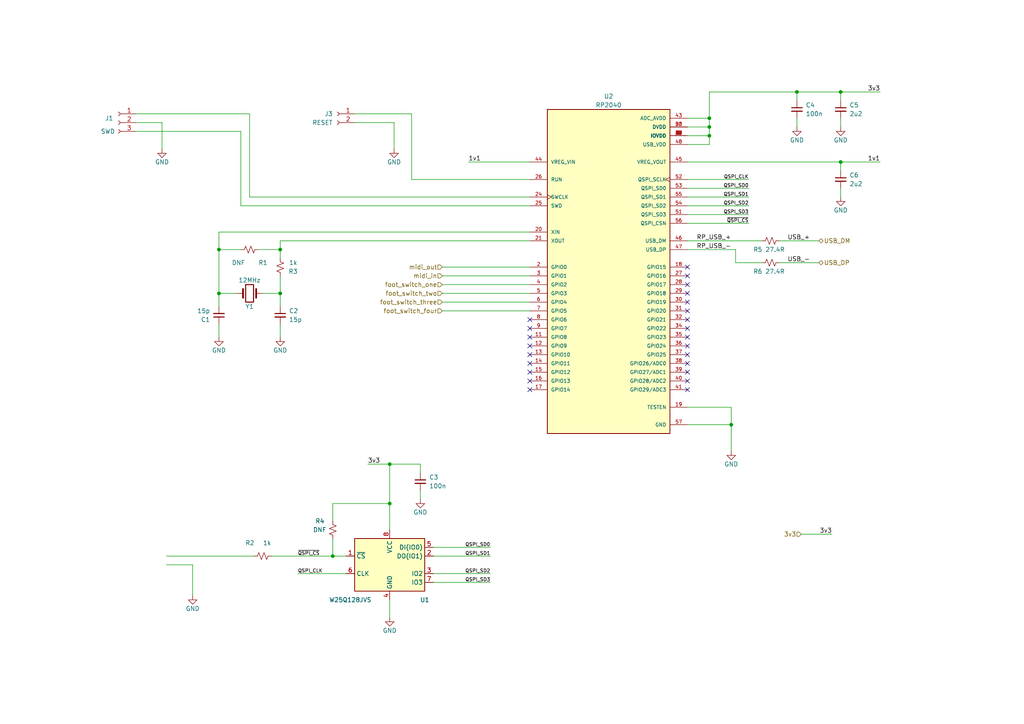
<source format=kicad_sch>
(kicad_sch (version 20210126) (generator eeschema)
  (paper "A4")
  (lib_symbols
    (symbol "Connector:Conn_01x02_Female" (pin_names (offset 1.016) hide)
      (property "Reference" "J" (at 0 2.54 0))
      (property "Value" "Conn_01x02_Female" (at 0 -5.08 0))
      (symbol "Conn_01x02_Female_1_1"
        (arc (start 0 -2.032) (end 0 -3.048) (radius (at 0 -2.54) (length 0.508) (angles 90.1 -90.1)) (stroke (width 0.1524)))
        (arc (start 0 0.508) (end 0 -0.508) (radius (at 0 0) (length 0.508) (angles 90.1 -90.1)) (stroke (width 0.1524)))
        (polyline (pts (xy -1.27 -2.54) (xy -0.508 -2.54)) (stroke (width 0.1524)))
        (polyline (pts (xy -1.27 0) (xy -0.508 0)) (stroke (width 0.1524)))
        (pin passive line (at -5.08 0 0) (length 3.81) (name "Pin_1") (number "1"))
        (pin passive line (at -5.08 -2.54 0) (length 3.81) (name "Pin_2") (number "2"))
      )
    )
    (symbol "Connector:Conn_01x03_Female" (pin_names (offset 1.016) hide)
      (property "Reference" "J" (at 0 5.08 0))
      (property "Value" "Conn_01x03_Female" (at 0 -5.08 0))
      (symbol "Conn_01x03_Female_1_1"
        (arc (start 0 -2.032) (end 0 -3.048) (radius (at 0 -2.54) (length 0.508) (angles 90.1 -90.1)) (stroke (width 0.1524)))
        (arc (start 0 0.508) (end 0 -0.508) (radius (at 0 0) (length 0.508) (angles 90.1 -90.1)) (stroke (width 0.1524)))
        (arc (start 0 3.048) (end 0 2.032) (radius (at 0 2.54) (length 0.508) (angles 90.1 -90.1)) (stroke (width 0.1524)))
        (polyline (pts (xy -1.27 -2.54) (xy -0.508 -2.54)) (stroke (width 0.1524)))
        (polyline (pts (xy -1.27 0) (xy -0.508 0)) (stroke (width 0.1524)))
        (polyline (pts (xy -1.27 2.54) (xy -0.508 2.54)) (stroke (width 0.1524)))
        (pin passive line (at -5.08 2.54 0) (length 3.81) (name "Pin_1") (number "1"))
        (pin passive line (at -5.08 0 0) (length 3.81) (name "Pin_2") (number "2"))
        (pin passive line (at -5.08 -2.54 0) (length 3.81) (name "Pin_3") (number "3"))
      )
    )
    (symbol "Device:C_Small" (pin_numbers hide) (pin_names (offset 0.254) hide)
      (property "Reference" "C" (at 0.254 1.778 0))
      (property "Value" "C_Small" (at 0.254 -2.032 0))
      (symbol "C_Small_0_1"
        (polyline (pts (xy -1.524 -0.508) (xy 1.524 -0.508)) (stroke (width 0.3302)))
        (polyline (pts (xy -1.524 0.508) (xy 1.524 0.508)) (stroke (width 0.3048)))
      )
      (symbol "C_Small_1_1"
        (pin passive line (at 0 2.54 270) (length 2.032) (name "~") (number "1"))
        (pin passive line (at 0 -2.54 90) (length 2.032) (name "~") (number "2"))
      )
    )
    (symbol "Device:Crystal" (pin_numbers hide) (pin_names (offset 1.016) hide)
      (property "Reference" "Y" (at 0 3.81 0))
      (property "Value" "Crystal" (at 0 -3.81 0))
      (symbol "Crystal_0_1"
        (rectangle (start -1.143 2.54) (end 1.143 -2.54) (stroke (width 0.3048)))
        (polyline (pts (xy -2.54 0) (xy -1.905 0)))
        (polyline (pts (xy -1.905 -1.27) (xy -1.905 1.27)) (stroke (width 0.508)))
        (polyline (pts (xy 1.905 -1.27) (xy 1.905 1.27)) (stroke (width 0.508)))
        (polyline (pts (xy 2.54 0) (xy 1.905 0)))
      )
      (symbol "Crystal_1_1"
        (pin passive line (at -3.81 0 0) (length 1.27) (name "1") (number "1"))
        (pin passive line (at 3.81 0 180) (length 1.27) (name "2") (number "2"))
      )
    )
    (symbol "Device:R_Small_US" (pin_numbers hide) (pin_names (offset 0.254) hide)
      (property "Reference" "R" (at 0.762 0.508 0))
      (property "Value" "R_Small_US" (at 0.762 -1.016 0))
      (symbol "R_Small_US_1_1"
        (polyline (pts (xy 0 0) (xy 1.016 -0.381) (xy 0 -0.762) (xy -1.016 -1.143) (xy 0 -1.524)))
        (polyline (pts (xy 0 1.524) (xy 1.016 1.143) (xy 0 0.762) (xy -1.016 0.381) (xy 0 0)))
        (pin passive line (at 0 2.54 270) (length 1.016) (name "~") (number "1"))
        (pin passive line (at 0 -2.54 90) (length 1.016) (name "~") (number "2"))
      )
    )
    (symbol "Memory_Flash:W25Q128JVS"
      (property "Reference" "U" (at -8.89 8.89 0))
      (property "Value" "W25Q128JVS" (at 7.62 8.89 0))
      (symbol "W25Q128JVS_0_1"
        (rectangle (start -10.16 7.62) (end 10.16 -7.62) (stroke (width 0.254)) (fill (type background)))
      )
      (symbol "W25Q128JVS_1_1"
        (pin input line (at -12.7 2.54 0) (length 2.54) (name "~CS") (number "1"))
        (pin bidirectional line (at 12.7 2.54 180) (length 2.54) (name "DO(IO1)") (number "2"))
        (pin bidirectional line (at 12.7 -2.54 180) (length 2.54) (name "IO2") (number "3"))
        (pin power_in line (at 0 -10.16 90) (length 2.54) (name "GND") (number "4"))
        (pin bidirectional line (at 12.7 5.08 180) (length 2.54) (name "DI(IO0)") (number "5"))
        (pin input line (at -12.7 -2.54 0) (length 2.54) (name "CLK") (number "6"))
        (pin bidirectional line (at 12.7 -5.08 180) (length 2.54) (name "IO3") (number "7"))
        (pin power_in line (at 0 10.16 270) (length 2.54) (name "VCC") (number "8"))
      )
    )
    (symbol "RP2040:RP2040" (pin_names (offset 1.016))
      (property "Reference" "U" (at -17.78 50.8 0))
      (property "Value" "RP2040" (at -17.78 -48.26 0))
      (symbol "RP2040_0_0"
        (rectangle (start -17.78 -45.72) (end 17.78 48.26) (stroke (width 0.254)) (fill (type background)))
        (pin bidirectional line (at -22.86 2.54 0) (length 5.08) (name "GPIO0") (number "2"))
        (pin bidirectional line (at -22.86 0 0) (length 5.08) (name "GPIO1") (number "3"))
        (pin bidirectional line (at -22.86 -2.54 0) (length 5.08) (name "GPIO2") (number "4"))
        (pin bidirectional line (at -22.86 -5.08 0) (length 5.08) (name "GPIO3") (number "5"))
        (pin bidirectional line (at -22.86 -7.62 0) (length 5.08) (name "GPIO4") (number "6"))
        (pin bidirectional line (at -22.86 -10.16 0) (length 5.08) (name "GPIO5") (number "7"))
        (pin bidirectional line (at -22.86 -12.7 0) (length 5.08) (name "GPIO6") (number "8"))
        (pin bidirectional line (at -22.86 -15.24 0) (length 5.08) (name "GPIO7") (number "9"))
        (pin bidirectional line (at -22.86 -17.78 0) (length 5.08) (name "GPIO8") (number "11"))
        (pin bidirectional line (at -22.86 -20.32 0) (length 5.08) (name "GPIO9") (number "12"))
        (pin bidirectional line (at -22.86 -22.86 0) (length 5.08) (name "GPIO10") (number "13"))
        (pin bidirectional line (at -22.86 -25.4 0) (length 5.08) (name "GPIO11") (number "14"))
        (pin bidirectional line (at -22.86 -27.94 0) (length 5.08) (name "GPIO12") (number "15"))
        (pin bidirectional line (at -22.86 -30.48 0) (length 5.08) (name "GPIO13") (number "16"))
        (pin bidirectional line (at -22.86 -33.02 0) (length 5.08) (name "GPIO14") (number "17"))
        (pin bidirectional line (at 22.86 2.54 180) (length 5.08) (name "GPIO15") (number "18"))
        (pin bidirectional line (at 22.86 0 180) (length 5.08) (name "GPIO16") (number "27"))
        (pin bidirectional line (at 22.86 -2.54 180) (length 5.08) (name "GPIO17") (number "28"))
        (pin bidirectional line (at 22.86 -5.08 180) (length 5.08) (name "GPIO18") (number "29"))
        (pin bidirectional line (at 22.86 -7.62 180) (length 5.08) (name "GPIO19") (number "30"))
        (pin bidirectional line (at 22.86 -10.16 180) (length 5.08) (name "GPIO20") (number "31"))
        (pin bidirectional line (at 22.86 -12.7 180) (length 5.08) (name "GPIO21") (number "32"))
        (pin bidirectional line (at 22.86 -15.24 180) (length 5.08) (name "GPIO22") (number "34"))
        (pin bidirectional line (at 22.86 -17.78 180) (length 5.08) (name "GPIO23") (number "35"))
        (pin bidirectional line (at 22.86 -20.32 180) (length 5.08) (name "GPIO24") (number "36"))
        (pin bidirectional line (at 22.86 -22.86 180) (length 5.08) (name "GPIO25") (number "37"))
        (pin bidirectional line (at 22.86 -25.4 180) (length 5.08) (name "GPIO26/ADC0") (number "38"))
        (pin bidirectional line (at 22.86 -27.94 180) (length 5.08) (name "GPIO27/ADC1") (number "39"))
        (pin bidirectional line (at 22.86 -30.48 180) (length 5.08) (name "GPIO28/ADC2") (number "40"))
        (pin bidirectional line (at 22.86 -33.02 180) (length 5.08) (name "GPIO29/ADC3") (number "41"))
        (pin bidirectional line (at 22.86 17.78 180) (length 5.08) (name "QSPI_SD3") (number "51"))
        (pin bidirectional clock (at 22.86 27.94 180) (length 5.08) (name "QSPI_SCLK") (number "52"))
        (pin bidirectional line (at 22.86 25.4 180) (length 5.08) (name "QSPI_SD0") (number "53"))
        (pin bidirectional line (at 22.86 20.32 180) (length 5.08) (name "QSPI_SD2") (number "54"))
        (pin bidirectional line (at 22.86 22.86 180) (length 5.08) (name "QSPI_SD1") (number "55"))
        (pin bidirectional line (at 22.86 15.24 180) (length 5.08) (name "QSPI_CSN") (number "56"))
        (pin input line (at -22.86 12.7 0) (length 5.08) (name "XIN") (number "20"))
        (pin output line (at -22.86 10.16 0) (length 5.08) (name "XOUT") (number "21"))
        (pin input clock (at -22.86 22.86 0) (length 5.08) (name "SWCLK") (number "24"))
        (pin bidirectional line (at -22.86 20.32 0) (length 5.08) (name "SWD") (number "25"))
        (pin input line (at -22.86 27.94 0) (length 5.08) (name "RUN") (number "26"))
        (pin passive line (at 22.86 -38.1 180) (length 5.08) (name "TESTEN") (number "19"))
        (pin bidirectional line (at 22.86 7.62 180) (length 5.08) (name "USB_DP") (number "47"))
        (pin bidirectional line (at 22.86 10.16 180) (length 5.08) (name "USB_DM") (number "46"))
        (pin output line (at 22.86 33.02 180) (length 5.08) (name "VREG_VOUT") (number "45"))
        (pin input line (at -22.86 33.02 0) (length 5.08) (name "VREG_VIN") (number "44"))
        (pin power_in line (at 22.86 38.1 180) (length 5.08) (name "USB_VDD") (number "48"))
        (pin power_in line (at 22.86 40.64 180) (length 5.08) (name "IOVDD") (number "1"))
        (pin power_in line (at 22.86 40.64 180) (length 5.08) (name "IOVDD") (number "10"))
        (pin power_in line (at 22.86 40.64 180) (length 5.08) (name "IOVDD") (number "22"))
        (pin power_in line (at 22.86 40.64 180) (length 5.08) (name "IOVDD") (number "33"))
        (pin power_in line (at 22.86 40.64 180) (length 5.08) (name "IOVDD") (number "42"))
        (pin power_in line (at 22.86 40.64 180) (length 5.08) (name "IOVDD") (number "49"))
        (pin power_in line (at 22.86 43.18 180) (length 5.08) (name "DVDD") (number "23"))
        (pin power_in line (at 22.86 43.18 180) (length 5.08) (name "DVDD") (number "50"))
        (pin power_in line (at 22.86 45.72 180) (length 5.08) (name "ADC_AVDD") (number "43"))
        (pin power_in line (at 22.86 -43.18 180) (length 5.08) (name "GND") (number "57"))
      )
    )
    (symbol "power:GND" (power) (pin_names (offset 0))
      (property "Value" "GND" (at 0 -3.81 0))
      (symbol "GND_0_1"
        (polyline (pts (xy 0 0) (xy 0 -1.27) (xy 1.27 -1.27) (xy 0 -2.54) (xy -1.27 -1.27) (xy 0 -1.27)))
      )
      (symbol "GND_1_1"
        (pin power_in line (at 0 0 270) (length 0) hide (name "GND") (number "1"))
      )
    )
  )
  (junction (at 63.5 72.39) (diameter 0.9144))
  (junction (at 63.5 85.09) (diameter 0.9144))
  (junction (at 81.28 72.39) (diameter 0.9144))
  (junction (at 81.28 85.09) (diameter 0.9144))
  (junction (at 96.52 161.29) (diameter 0.9144))
  (junction (at 113.03 134.62) (diameter 0.9144))
  (junction (at 113.03 146.05) (diameter 0.9144))
  (junction (at 205.74 34.29) (diameter 0.9144))
  (junction (at 205.74 36.83) (diameter 0.9144))
  (junction (at 205.74 39.37) (diameter 0.9144))
  (junction (at 212.09 123.19) (diameter 0.9144))
  (junction (at 231.14 26.67) (diameter 0.9144))
  (junction (at 243.84 26.67) (diameter 0.9144))
  (junction (at 243.84 46.99) (diameter 0.9144))
  (no_connect (at 153.67 92.71))
  (no_connect (at 153.67 95.25))
  (no_connect (at 153.67 97.79))
  (no_connect (at 153.67 100.33))
  (no_connect (at 153.67 102.87))
  (no_connect (at 153.67 105.41))
  (no_connect (at 153.67 107.95))
  (no_connect (at 153.67 110.49))
  (no_connect (at 153.67 113.03))
  (no_connect (at 199.39 77.47))
  (no_connect (at 199.39 80.01))
  (no_connect (at 199.39 82.55))
  (no_connect (at 199.39 85.09))
  (no_connect (at 199.39 87.63))
  (no_connect (at 199.39 90.17))
  (no_connect (at 199.39 92.71))
  (no_connect (at 199.39 95.25))
  (no_connect (at 199.39 97.79))
  (no_connect (at 199.39 100.33))
  (no_connect (at 199.39 102.87))
  (no_connect (at 199.39 105.41))
  (no_connect (at 199.39 107.95))
  (no_connect (at 199.39 110.49))
  (no_connect (at 199.39 113.03))
  (wire (pts (xy 39.37 33.02) (xy 72.39 33.02)))
  (wire (pts (xy 39.37 35.56) (xy 46.99 35.56)))
  (wire (pts (xy 46.99 35.56) (xy 46.99 43.18)))
  (wire (pts (xy 48.26 161.29) (xy 73.66 161.29)))
  (wire (pts (xy 48.26 163.83) (xy 55.88 163.83)))
  (wire (pts (xy 55.88 163.83) (xy 55.88 172.72)))
  (wire (pts (xy 63.5 67.31) (xy 63.5 72.39)))
  (wire (pts (xy 63.5 72.39) (xy 63.5 85.09)))
  (wire (pts (xy 63.5 85.09) (xy 63.5 88.9)))
  (wire (pts (xy 63.5 93.98) (xy 63.5 97.79)))
  (wire (pts (xy 68.58 85.09) (xy 63.5 85.09)))
  (wire (pts (xy 69.85 38.1) (xy 39.37 38.1)))
  (wire (pts (xy 69.85 59.69) (xy 69.85 38.1)))
  (wire (pts (xy 69.85 72.39) (xy 63.5 72.39)))
  (wire (pts (xy 72.39 33.02) (xy 72.39 57.15)))
  (wire (pts (xy 72.39 57.15) (xy 153.67 57.15)))
  (wire (pts (xy 74.93 72.39) (xy 81.28 72.39)))
  (wire (pts (xy 76.2 85.09) (xy 81.28 85.09)))
  (wire (pts (xy 78.74 161.29) (xy 96.52 161.29)))
  (wire (pts (xy 81.28 69.85) (xy 81.28 72.39)))
  (wire (pts (xy 81.28 69.85) (xy 153.67 69.85)))
  (wire (pts (xy 81.28 72.39) (xy 81.28 74.93)))
  (wire (pts (xy 81.28 80.01) (xy 81.28 85.09)))
  (wire (pts (xy 81.28 85.09) (xy 81.28 88.9)))
  (wire (pts (xy 81.28 93.98) (xy 81.28 97.79)))
  (wire (pts (xy 86.36 166.37) (xy 100.33 166.37)))
  (wire (pts (xy 96.52 146.05) (xy 113.03 146.05)))
  (wire (pts (xy 96.52 151.13) (xy 96.52 146.05)))
  (wire (pts (xy 96.52 156.21) (xy 96.52 161.29)))
  (wire (pts (xy 96.52 161.29) (xy 100.33 161.29)))
  (wire (pts (xy 102.87 33.02) (xy 119.38 33.02)))
  (wire (pts (xy 102.87 35.56) (xy 114.3 35.56)))
  (wire (pts (xy 106.68 134.62) (xy 113.03 134.62)))
  (wire (pts (xy 113.03 134.62) (xy 121.92 134.62)))
  (wire (pts (xy 113.03 146.05) (xy 113.03 134.62)))
  (wire (pts (xy 113.03 153.67) (xy 113.03 146.05)))
  (wire (pts (xy 113.03 173.99) (xy 113.03 179.07)))
  (wire (pts (xy 114.3 35.56) (xy 114.3 43.18)))
  (wire (pts (xy 119.38 33.02) (xy 119.38 52.07)))
  (wire (pts (xy 119.38 52.07) (xy 153.67 52.07)))
  (wire (pts (xy 121.92 134.62) (xy 121.92 137.16)))
  (wire (pts (xy 121.92 142.24) (xy 121.92 144.78)))
  (wire (pts (xy 125.73 158.75) (xy 142.24 158.75)))
  (wire (pts (xy 125.73 161.29) (xy 142.24 161.29)))
  (wire (pts (xy 125.73 166.37) (xy 142.24 166.37)))
  (wire (pts (xy 125.73 168.91) (xy 142.24 168.91)))
  (wire (pts (xy 128.27 77.47) (xy 153.67 77.47)))
  (wire (pts (xy 128.27 80.01) (xy 153.67 80.01)))
  (wire (pts (xy 128.27 82.55) (xy 153.67 82.55)))
  (wire (pts (xy 128.27 85.09) (xy 153.67 85.09)))
  (wire (pts (xy 128.27 87.63) (xy 153.67 87.63)))
  (wire (pts (xy 128.27 90.17) (xy 153.67 90.17)))
  (wire (pts (xy 135.89 46.99) (xy 153.67 46.99)))
  (wire (pts (xy 153.67 59.69) (xy 69.85 59.69)))
  (wire (pts (xy 153.67 67.31) (xy 63.5 67.31)))
  (wire (pts (xy 199.39 36.83) (xy 205.74 36.83)))
  (wire (pts (xy 199.39 39.37) (xy 205.74 39.37)))
  (wire (pts (xy 199.39 41.91) (xy 205.74 41.91)))
  (wire (pts (xy 199.39 46.99) (xy 243.84 46.99)))
  (wire (pts (xy 199.39 52.07) (xy 217.17 52.07)))
  (wire (pts (xy 199.39 54.61) (xy 217.17 54.61)))
  (wire (pts (xy 199.39 57.15) (xy 217.17 57.15)))
  (wire (pts (xy 199.39 59.69) (xy 217.17 59.69)))
  (wire (pts (xy 199.39 62.23) (xy 217.17 62.23)))
  (wire (pts (xy 199.39 64.77) (xy 217.17 64.77)))
  (wire (pts (xy 199.39 69.85) (xy 220.98 69.85)))
  (wire (pts (xy 199.39 118.11) (xy 212.09 118.11)))
  (wire (pts (xy 199.39 123.19) (xy 212.09 123.19)))
  (wire (pts (xy 205.74 26.67) (xy 205.74 34.29)))
  (wire (pts (xy 205.74 26.67) (xy 231.14 26.67)))
  (wire (pts (xy 205.74 34.29) (xy 199.39 34.29)))
  (wire (pts (xy 205.74 36.83) (xy 205.74 34.29)))
  (wire (pts (xy 205.74 39.37) (xy 205.74 36.83)))
  (wire (pts (xy 205.74 41.91) (xy 205.74 39.37)))
  (wire (pts (xy 212.09 118.11) (xy 212.09 123.19)))
  (wire (pts (xy 212.09 123.19) (xy 212.09 130.81)))
  (wire (pts (xy 213.36 72.39) (xy 199.39 72.39)))
  (wire (pts (xy 213.36 76.2) (xy 213.36 72.39)))
  (wire (pts (xy 220.98 76.2) (xy 213.36 76.2)))
  (wire (pts (xy 226.06 69.85) (xy 237.49 69.85)))
  (wire (pts (xy 226.06 76.2) (xy 237.49 76.2)))
  (wire (pts (xy 231.14 26.67) (xy 231.14 29.21)))
  (wire (pts (xy 231.14 26.67) (xy 243.84 26.67)))
  (wire (pts (xy 231.14 34.29) (xy 231.14 36.83)))
  (wire (pts (xy 232.41 154.94) (xy 241.3 154.94)))
  (wire (pts (xy 243.84 26.67) (xy 243.84 29.21)))
  (wire (pts (xy 243.84 26.67) (xy 255.27 26.67)))
  (wire (pts (xy 243.84 34.29) (xy 243.84 36.83)))
  (wire (pts (xy 243.84 46.99) (xy 243.84 49.53)))
  (wire (pts (xy 243.84 46.99) (xy 255.27 46.99)))
  (wire (pts (xy 243.84 54.61) (xy 243.84 57.15)))
  (label "~QSPI_CS" (at 86.36 161.29 0) (effects (font (size 1 1))))
  (label "QSPI_CLK" (at 86.36 166.37 0) (effects (font (size 1 1))))
  (label "3v3" (at 106.68 134.62 0))
  (label "1v1" (at 135.89 46.99 0))
  (label "QSPI_SD0" (at 142.24 158.75 180) (effects (font (size 1 1))))
  (label "QSPI_SD1" (at 142.24 161.29 180) (effects (font (size 1 1))))
  (label "QSPI_SD2" (at 142.24 166.37 180) (effects (font (size 1 1))))
  (label "QSPI_SD3" (at 142.24 168.91 180) (effects (font (size 1 1))))
  (label "RP_USB_+" (at 212.09 69.85 180))
  (label "RP_USB_-" (at 212.09 72.39 180))
  (label "QSPI_CLK" (at 217.17 52.07 180) (effects (font (size 1 1))))
  (label "QSPI_SD0" (at 217.17 54.61 180) (effects (font (size 1 1))))
  (label "QSPI_SD1" (at 217.17 57.15 180) (effects (font (size 1 1))))
  (label "QSPI_SD2" (at 217.17 59.69 180) (effects (font (size 1 1))))
  (label "QSPI_SD3" (at 217.17 62.23 180) (effects (font (size 1 1))))
  (label "~QSPI_CS" (at 217.17 64.77 180) (effects (font (size 1 1))))
  (label "USB_+" (at 234.95 69.85 180))
  (label "USB_-" (at 234.95 76.2 180))
  (label "3v3" (at 241.3 154.94 180))
  (label "3v3" (at 255.27 26.67 180))
  (label "1v1" (at 255.27 46.99 180))
  (hierarchical_label "midi_out" (shape input) (at 128.27 77.47 180))
  (hierarchical_label "midi_in" (shape input) (at 128.27 80.01 180))
  (hierarchical_label "foot_switch_one" (shape input) (at 128.27 82.55 180))
  (hierarchical_label "foot_switch_two" (shape input) (at 128.27 85.09 180))
  (hierarchical_label "foot_switch_three" (shape input) (at 128.27 87.63 180))
  (hierarchical_label "foot_switch_four" (shape input) (at 128.27 90.17 180))
  (hierarchical_label "3v3" (shape input) (at 232.41 154.94 180))
  (hierarchical_label "USB_DM" (shape bidirectional) (at 237.49 69.85 0))
  (hierarchical_label "USB_DP" (shape bidirectional) (at 237.49 76.2 0))
  (symbol (lib_id "power:GND") (at 46.99 43.18 0) (unit 1)
    (property "Reference" "#PWR0107" (effects hide))
    (property "Value" "GND" (at 46.99 46.99 0))
  )
  (symbol (lib_id "power:GND") (at 55.88 172.72 0) (unit 1)
    (property "Reference" "#PWR0103" (effects hide))
    (property "Value" "GND" (at 55.88 176.53 0))
  )
  (symbol (lib_id "power:GND") (at 63.5 97.79 0) (unit 1)
    (property "Reference" "#PWR0102" (effects hide))
    (property "Value" "GND" (at 63.5 101.6 0))
  )
  (symbol (lib_id "power:GND") (at 81.28 97.79 0) (unit 1)
    (property "Reference" "#PWR01" (effects hide))
    (property "Value" "GND" (at 81.28 101.6 0))
  )
  (symbol (lib_id "power:GND") (at 113.03 179.07 0) (unit 1)
    (property "Reference" "#PWR0101" (effects hide))
    (property "Value" "GND" (at 113.03 182.88 0))
  )
  (symbol (lib_id "power:GND") (at 114.3 43.18 0) (unit 1)
    (property "Reference" "#PWR0105" (effects hide))
    (property "Value" "GND" (at 114.3 46.99 0))
  )
  (symbol (lib_id "power:GND") (at 121.92 144.78 0) (unit 1)
    (property "Reference" "#PWR0104" (effects hide))
    (property "Value" "GND" (at 121.92 148.59 0))
  )
  (symbol (lib_id "power:GND") (at 212.09 130.81 0) (unit 1)
    (property "Reference" "#PWR0106" (effects hide))
    (property "Value" "GND" (at 212.09 134.62 0))
  )
  (symbol (lib_id "power:GND") (at 231.14 36.83 0) (unit 1)
    (property "Reference" "#PWR0110" (effects hide))
    (property "Value" "GND" (at 231.14 40.64 0))
  )
  (symbol (lib_id "power:GND") (at 243.84 36.83 0) (unit 1)
    (property "Reference" "#PWR0109" (effects hide))
    (property "Value" "GND" (at 243.84 40.64 0))
  )
  (symbol (lib_id "power:GND") (at 243.84 57.15 0) (unit 1)
    (property "Reference" "#PWR0108" (effects hide))
    (property "Value" "GND" (at 243.84 60.96 0))
  )
  (symbol (lib_id "Device:R_Small_US") (at 72.39 72.39 90) (unit 1)
    (property "Reference" "R1" (at 74.93 76.2 90) (effects (justify right)))
    (property "Value" "DNF" (at 71.12 76.2 90) (effects (justify left)))
    (property "Footprint" "Resistor_SMD:R_0603_1608Metric_Pad0.98x0.95mm_HandSolder" (effects hide))
  )
  (symbol (lib_id "Device:R_Small_US") (at 76.2 161.29 90) (unit 1)
    (property "Reference" "R2" (at 71.12 157.48 90) (effects (justify right)))
    (property "Value" "1k" (at 77.47 157.48 90))
    (property "Footprint" "Resistor_SMD:R_0603_1608Metric_Pad0.98x0.95mm_HandSolder" (effects hide))
  )
  (symbol (lib_id "Device:R_Small_US") (at 81.28 77.47 0) (unit 1)
    (property "Reference" "R3" (at 86.36 78.74 0) (effects (justify right)))
    (property "Value" "1k" (at 83.82 76.2 0) (effects (justify left)))
    (property "Footprint" "Resistor_SMD:R_0603_1608Metric_Pad0.98x0.95mm_HandSolder" (effects hide))
  )
  (symbol (lib_id "Device:R_Small_US") (at 96.52 153.67 180) (unit 1)
    (property "Reference" "R4" (at 91.44 151.13 0) (effects (justify right)))
    (property "Value" "DNF" (at 92.71 153.67 0))
    (property "Footprint" "Resistor_SMD:R_0603_1608Metric_Pad0.98x0.95mm_HandSolder" (effects hide))
  )
  (symbol (lib_id "Device:R_Small_US") (at 223.52 69.85 90) (unit 1)
    (property "Reference" "R5" (at 218.44 72.39 90) (effects (justify right)))
    (property "Value" "27.4R" (at 224.79 72.39 90))
    (property "Footprint" "Resistor_SMD:R_0603_1608Metric_Pad0.98x0.95mm_HandSolder" (effects hide))
  )
  (symbol (lib_id "Device:R_Small_US") (at 223.52 76.2 90) (unit 1)
    (property "Reference" "R6" (at 218.44 78.74 90) (effects (justify right)))
    (property "Value" "27.4R" (at 224.79 78.74 90))
    (property "Footprint" "Resistor_SMD:R_0603_1608Metric_Pad0.98x0.95mm_HandSolder" (effects hide))
  )
  (symbol (lib_id "Device:C_Small") (at 63.5 91.44 180) (unit 1)
    (property "Reference" "C1" (at 60.96 92.71 0) (effects (justify left)))
    (property "Value" "15p" (at 60.96 90.17 0) (effects (justify left)))
    (property "Footprint" "Capacitor_SMD:C_0603_1608Metric_Pad1.08x0.95mm_HandSolder" (effects hide))
  )
  (symbol (lib_id "Device:C_Small") (at 81.28 91.44 0) (unit 1)
    (property "Reference" "C2" (at 83.82 90.17 0) (effects (justify left)))
    (property "Value" "15p" (at 83.82 92.71 0) (effects (justify left)))
    (property "Footprint" "Capacitor_SMD:C_0603_1608Metric_Pad1.08x0.95mm_HandSolder" (effects hide))
  )
  (symbol (lib_id "Device:C_Small") (at 121.92 139.7 0) (unit 1)
    (property "Reference" "C3" (at 124.46 138.43 0) (effects (justify left)))
    (property "Value" "100n" (at 124.46 140.97 0) (effects (justify left)))
    (property "Footprint" "Capacitor_SMD:C_0603_1608Metric_Pad1.08x0.95mm_HandSolder" (effects hide))
  )
  (symbol (lib_id "Device:C_Small") (at 231.14 31.75 0) (unit 1)
    (property "Reference" "C4" (at 233.68 30.48 0) (effects (justify left)))
    (property "Value" "100n" (at 233.68 33.02 0) (effects (justify left)))
    (property "Footprint" "Capacitor_SMD:C_0603_1608Metric_Pad1.08x0.95mm_HandSolder" (effects hide))
  )
  (symbol (lib_id "Device:C_Small") (at 243.84 31.75 0) (unit 1)
    (property "Reference" "C5" (at 246.38 30.48 0) (effects (justify left)))
    (property "Value" "2u2" (at 246.38 33.02 0) (effects (justify left)))
    (property "Footprint" "Capacitor_SMD:C_0603_1608Metric_Pad1.08x0.95mm_HandSolder" (effects hide))
  )
  (symbol (lib_id "Device:C_Small") (at 243.84 52.07 0) (unit 1)
    (property "Reference" "C6" (at 246.38 50.8 0) (effects (justify left)))
    (property "Value" "2u2" (at 246.38 53.34 0) (effects (justify left)))
    (property "Footprint" "Capacitor_SMD:C_0603_1608Metric_Pad1.08x0.95mm_HandSolder" (effects hide))
  )
  (symbol (lib_id "Connector:Conn_01x02_Female") (at 97.79 33.02 0) (mirror y) (unit 1)
    (property "Reference" "J3" (at 96.52 33.02 0) (effects (justify left)))
    (property "Value" "RESET" (at 96.52 35.56 0) (effects (justify left)))
    (property "Footprint" "Connector_PinHeader_2.54mm:PinHeader_1x02_P2.54mm_Vertical" (effects hide))
  )
  (symbol (lib_id "Connector:Conn_01x03_Female") (at 34.29 35.56 0) (mirror y) (unit 1)
    (property "Reference" "J1" (at 30.48 34.29 0) (effects (justify right)))
    (property "Value" "SWD" (at 29.21 38.1 0) (effects (justify right)))
    (property "Footprint" "Connector_PinHeader_2.54mm:PinHeader_1x03_P2.54mm_Vertical" (effects hide))
  )
  (symbol (lib_id "Device:Crystal") (at 72.39 85.09 0) (unit 1)
    (property "Reference" "Y1" (at 72.39 88.9 0))
    (property "Value" "12MHz" (at 72.39 81.28 0))
    (property "Footprint" "sc_custom:ABLS-12.000MHZ-20-B-3-H-T" (effects hide))
  )
  (symbol (lib_id "Memory_Flash:W25Q128JVS") (at 113.03 163.83 0) (unit 1)
    (property "Reference" "U1" (at 123.19 173.99 0))
    (property "Value" "W25Q128JVS" (at 101.6 173.99 0))
    (property "Footprint" "Package_SO:SOIC-8_5.23x5.23mm_P1.27mm" (effects hide))
    (property "Datasheet" "http://www.winbond.com/resource-files/w25q128jv_dtr%20revc%2003272018%20plus.pdf" (effects hide))
  )
  (symbol (lib_id "RP2040:RP2040") (at 176.53 80.01 0) (unit 1)
    (property "Reference" "U2" (at 176.53 27.94 0))
    (property "Value" "RP2040" (at 176.53 30.48 0))
    (property "Footprint" "Package_DFN_QFN:QFN-56-1EP_7x7mm_P0.4mm_EP5.6x5.6mm" (effects hide))
    (property "PARTREV" "1.6.1" (effects hide))
    (property "MANUFACTURER" "Raspberry Pi" (effects hide))
    (property "STANDARD" "IPC 7351B" (effects hide))
    (property "MAXIMUM_PACKAGE_HEIGHT" "0.9 mm" (effects hide))
  )
)
</source>
